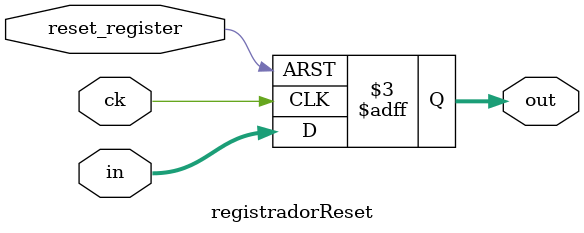
<source format=sv>
module registradorReset(ck, reset_register, in, out);
	
	input logic ck, reset_register;
	input logic[31:0] in;
	output logic[31:0] out;
	
	always@(posedge ck or posedge reset_register) begin
		if(reset_register == 1'b1) begin
			out = 32'b0;
		end
		else begin
			out = in;
		end
	end
endmodule 

</source>
